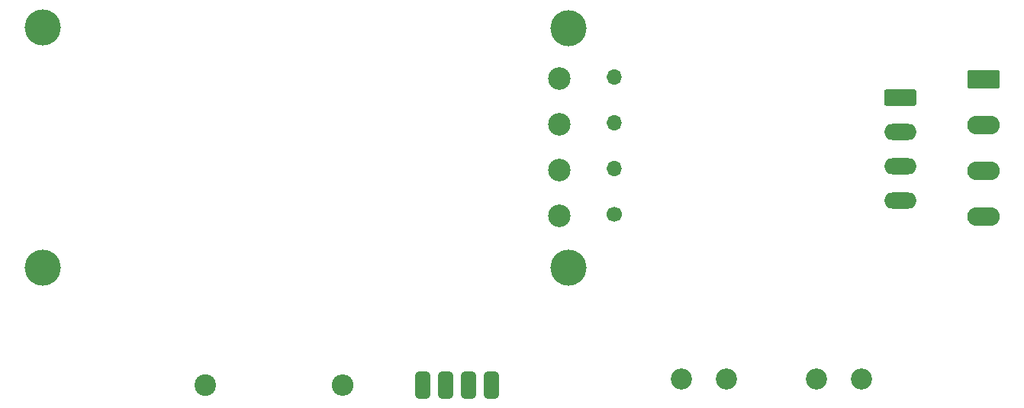
<source format=gbr>
%TF.GenerationSoftware,KiCad,Pcbnew,6.0.10+dfsg-1~bpo11+1*%
%TF.CreationDate,2023-02-17T11:39:41+00:00*%
%TF.ProjectId,mower_PowerDeviceCarrier,6d6f7765-725f-4506-9f77-657244657669,rev?*%
%TF.SameCoordinates,PX2b5aa20PY5837b10*%
%TF.FileFunction,Soldermask,Top*%
%TF.FilePolarity,Negative*%
%FSLAX46Y46*%
G04 Gerber Fmt 4.6, Leading zero omitted, Abs format (unit mm)*
G04 Created by KiCad (PCBNEW 6.0.10+dfsg-1~bpo11+1) date 2023-02-17 11:39:41*
%MOMM*%
%LPD*%
G01*
G04 APERTURE LIST*
G04 Aperture macros list*
%AMRoundRect*
0 Rectangle with rounded corners*
0 $1 Rounding radius*
0 $2 $3 $4 $5 $6 $7 $8 $9 X,Y pos of 4 corners*
0 Add a 4 corners polygon primitive as box body*
4,1,4,$2,$3,$4,$5,$6,$7,$8,$9,$2,$3,0*
0 Add four circle primitives for the rounded corners*
1,1,$1+$1,$2,$3*
1,1,$1+$1,$4,$5*
1,1,$1+$1,$6,$7*
1,1,$1+$1,$8,$9*
0 Add four rect primitives between the rounded corners*
20,1,$1+$1,$2,$3,$4,$5,0*
20,1,$1+$1,$4,$5,$6,$7,0*
20,1,$1+$1,$6,$7,$8,$9,0*
20,1,$1+$1,$8,$9,$2,$3,0*%
G04 Aperture macros list end*
%ADD10C,2.350000*%
%ADD11C,2.400000*%
%ADD12O,2.400000X2.400000*%
%ADD13C,4.000000*%
%ADD14C,2.500000*%
%ADD15RoundRect,0.250000X-1.550000X0.650000X-1.550000X-0.650000X1.550000X-0.650000X1.550000X0.650000X0*%
%ADD16O,3.600000X1.800000*%
%ADD17C,1.700000*%
%ADD18O,1.700000X1.700000*%
%ADD19RoundRect,0.249999X-1.550001X0.790001X-1.550001X-0.790001X1.550001X-0.790001X1.550001X0.790001X0*%
%ADD20O,3.600000X2.080000*%
%ADD21RoundRect,0.425000X0.425000X-1.075000X0.425000X1.075000X-0.425000X1.075000X-0.425000X-1.075000X0*%
G04 APERTURE END LIST*
D10*
%TO.C,F1*%
X133866000Y-108708000D03*
X128866000Y-108708000D03*
X113866000Y-108708000D03*
X118866000Y-108708000D03*
%TD*%
D11*
%TO.C,R1*%
X61019400Y-109309200D03*
D12*
X76259400Y-109309200D03*
%TD*%
D13*
%TO.C,A1*%
X42959200Y-96280800D03*
X42959200Y-69680800D03*
X101319200Y-69760800D03*
X101309200Y-96310800D03*
D14*
X100299200Y-90550800D03*
X100299200Y-85470800D03*
X100299200Y-75310800D03*
X100299200Y-80390800D03*
%TD*%
D15*
%TO.C,J3*%
X138170000Y-77466000D03*
D16*
X138170000Y-81276000D03*
X138170000Y-85086000D03*
X138170000Y-88896000D03*
%TD*%
D17*
%TO.C,J4*%
X106420000Y-90420000D03*
D18*
X106420000Y-85340000D03*
X106420000Y-75180000D03*
X106420000Y-80260000D03*
%TD*%
D19*
%TO.C,J1*%
X147353500Y-75401600D03*
D20*
X147353500Y-80481600D03*
X147353500Y-85561600D03*
X147353500Y-90641600D03*
%TD*%
D21*
%TO.C,J2*%
X92769400Y-109309200D03*
X90229400Y-109309200D03*
X87689400Y-109309200D03*
X85149400Y-109309200D03*
%TD*%
M02*

</source>
